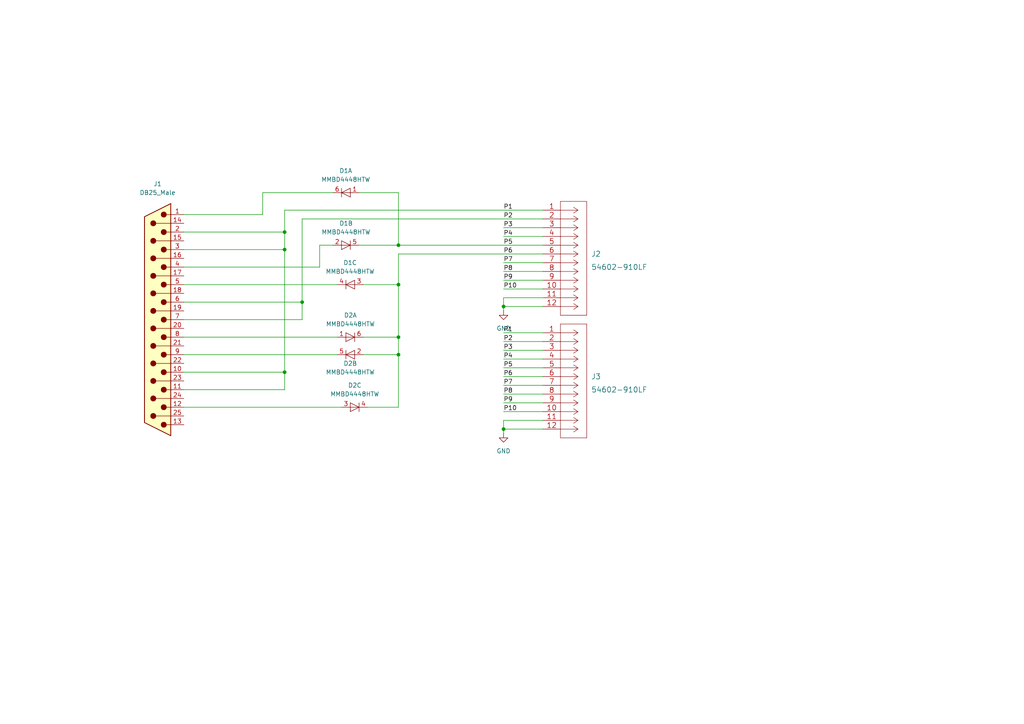
<source format=kicad_sch>
(kicad_sch (version 20211123) (generator eeschema)
  (paper "A4")
  (lib_symbols
    (symbol "Connector:DB25_Male" (pin_names (offset 1.016) hide)
      (property "Reference" "J" (at 0 34.29 0))
      (property "Value" "DB25_Male" (at 0 -34.925 0))
      (symbol "DB25_Male_0_1"
        (circle (center -1.778 -30.48) (radius 0.762) (fill (type outline)))
        (circle (center -1.778 -25.4) (radius 0.762) (fill (type outline)))
        (circle (center -1.778 -20.32) (radius 0.762) (fill (type outline)))
        (circle (center -1.778 -15.24) (radius 0.762) (fill (type outline)))
        (circle (center -1.778 -10.16) (radius 0.762) (fill (type outline)))
        (circle (center -1.778 -5.08) (radius 0.762) (fill (type outline)))
        (circle (center -1.778 0) (radius 0.762) (fill (type outline)))
        (circle (center -1.778 5.08) (radius 0.762) (fill (type outline)))
        (circle (center -1.778 10.16) (radius 0.762) (fill (type outline)))
        (circle (center -1.778 15.24) (radius 0.762) (fill (type outline)))
        (circle (center -1.778 20.32) (radius 0.762) (fill (type outline)))
        (circle (center -1.778 25.4) (radius 0.762) (fill (type outline)))
        (circle (center -1.778 30.48) (radius 0.762) (fill (type outline)))
        (polyline (pts (xy -3.81 -30.48) (xy -2.54 -30.48)))
        (polyline (pts (xy -3.81 -27.94) (xy 0.508 -27.94)))
        (polyline (pts (xy -3.81 -25.4) (xy -2.54 -25.4)))
        (polyline (pts (xy -3.81 -22.86) (xy 0.508 -22.86)))
        (polyline (pts (xy -3.81 -20.32) (xy -2.54 -20.32)))
        (polyline (pts (xy -3.81 -17.78) (xy 0.508 -17.78)))
        (polyline (pts (xy -3.81 -15.24) (xy -2.54 -15.24)))
        (polyline (pts (xy -3.81 -12.7) (xy 0.508 -12.7)))
        (polyline (pts (xy -3.81 -10.16) (xy -2.54 -10.16)))
        (polyline (pts (xy -3.81 -7.62) (xy 0.508 -7.62)))
        (polyline (pts (xy -3.81 -5.08) (xy -2.54 -5.08)))
        (polyline (pts (xy -3.81 -2.54) (xy 0.508 -2.54)))
        (polyline (pts (xy -3.81 0) (xy -2.54 0)))
        (polyline (pts (xy -3.81 2.54) (xy 0.508 2.54)))
        (polyline (pts (xy -3.81 5.08) (xy -2.54 5.08)))
        (polyline (pts (xy -3.81 7.62) (xy 0.508 7.62)))
        (polyline (pts (xy -3.81 10.16) (xy -2.54 10.16)))
        (polyline (pts (xy -3.81 12.7) (xy 0.508 12.7)))
        (polyline (pts (xy -3.81 15.24) (xy -2.54 15.24)))
        (polyline (pts (xy -3.81 17.78) (xy 0.508 17.78)))
        (polyline (pts (xy -3.81 20.32) (xy -2.54 20.32)))
        (polyline (pts (xy -3.81 22.86) (xy 0.508 22.86)))
        (polyline (pts (xy -3.81 25.4) (xy -2.54 25.4)))
        (polyline (pts (xy -3.81 27.94) (xy 0.508 27.94)))
        (polyline (pts (xy -3.81 30.48) (xy -2.54 30.48)))
        (polyline (pts (xy -3.81 -33.655) (xy 3.81 -29.845) (xy 3.81 29.845) (xy -3.81 33.655) (xy -3.81 -33.655)) (stroke (width 0.254)) (fill (type background)))
        (circle (center 1.27 -27.94) (radius 0.762) (fill (type outline)))
        (circle (center 1.27 -22.86) (radius 0.762) (fill (type outline)))
        (circle (center 1.27 -17.78) (radius 0.762) (fill (type outline)))
        (circle (center 1.27 -12.7) (radius 0.762) (fill (type outline)))
        (circle (center 1.27 -7.62) (radius 0.762) (fill (type outline)))
        (circle (center 1.27 -2.54) (radius 0.762) (fill (type outline)))
        (circle (center 1.27 2.54) (radius 0.762) (fill (type outline)))
        (circle (center 1.27 7.62) (radius 0.762) (fill (type outline)))
        (circle (center 1.27 12.7) (radius 0.762) (fill (type outline)))
        (circle (center 1.27 17.78) (radius 0.762) (fill (type outline)))
        (circle (center 1.27 22.86) (radius 0.762) (fill (type outline)))
        (circle (center 1.27 27.94) (radius 0.762) (fill (type outline)))
      )
      (symbol "DB25_Male_1_1"
        (pin passive line (at -7.62 -30.48 0) (length 3.81) (name "1") (number "1"))
        (pin passive line (at -7.62 15.24 0) (length 3.81) (name "10") (number "10"))
        (pin passive line (at -7.62 20.32 0) (length 3.81) (name "11") (number "11"))
        (pin passive line (at -7.62 25.4 0) (length 3.81) (name "12") (number "12"))
        (pin passive line (at -7.62 30.48 0) (length 3.81) (name "13") (number "13"))
        (pin passive line (at -7.62 -27.94 0) (length 3.81) (name "P14") (number "14"))
        (pin passive line (at -7.62 -22.86 0) (length 3.81) (name "P15") (number "15"))
        (pin passive line (at -7.62 -17.78 0) (length 3.81) (name "P16") (number "16"))
        (pin passive line (at -7.62 -12.7 0) (length 3.81) (name "P17") (number "17"))
        (pin passive line (at -7.62 -7.62 0) (length 3.81) (name "P18") (number "18"))
        (pin passive line (at -7.62 -2.54 0) (length 3.81) (name "P19") (number "19"))
        (pin passive line (at -7.62 -25.4 0) (length 3.81) (name "2") (number "2"))
        (pin passive line (at -7.62 2.54 0) (length 3.81) (name "P20") (number "20"))
        (pin passive line (at -7.62 7.62 0) (length 3.81) (name "P21") (number "21"))
        (pin passive line (at -7.62 12.7 0) (length 3.81) (name "P22") (number "22"))
        (pin passive line (at -7.62 17.78 0) (length 3.81) (name "P23") (number "23"))
        (pin passive line (at -7.62 22.86 0) (length 3.81) (name "P24") (number "24"))
        (pin passive line (at -7.62 27.94 0) (length 3.81) (name "P25") (number "25"))
        (pin passive line (at -7.62 -20.32 0) (length 3.81) (name "3") (number "3"))
        (pin passive line (at -7.62 -15.24 0) (length 3.81) (name "4") (number "4"))
        (pin passive line (at -7.62 -10.16 0) (length 3.81) (name "5") (number "5"))
        (pin passive line (at -7.62 -5.08 0) (length 3.81) (name "6") (number "6"))
        (pin passive line (at -7.62 0 0) (length 3.81) (name "7") (number "7"))
        (pin passive line (at -7.62 5.08 0) (length 3.81) (name "8") (number "8"))
        (pin passive line (at -7.62 10.16 0) (length 3.81) (name "9") (number "9"))
      )
    )
    (symbol "Diode:MMBD4448HTW" (pin_names (offset 1.016) hide)
      (property "Reference" "D" (at 0 2.54 0))
      (property "Value" "MMBD4448HTW" (at 0 -2.54 0))
      (symbol "MMBD4448HTW_0_1"
        (polyline (pts (xy -1.27 1.27) (xy -1.27 -1.27)) (stroke (width 0.1524)))
        (polyline (pts (xy 1.27 0) (xy -1.27 0)))
        (polyline (pts (xy 1.27 1.27) (xy 1.27 -1.27)))
        (polyline (pts (xy 1.27 1.27) (xy -1.27 0) (xy 1.27 -1.27)))
      )
      (symbol "MMBD4448HTW_1_1"
        (pin passive line (at 3.81 0 180) (length 2.54) (name "A") (number "1"))
        (pin passive line (at -3.81 0 0) (length 2.54) (name "K") (number "6"))
      )
      (symbol "MMBD4448HTW_2_1"
        (pin passive line (at 3.81 0 180) (length 2.54) (name "A") (number "2"))
        (pin passive line (at -3.81 0 0) (length 2.54) (name "K") (number "5"))
      )
      (symbol "MMBD4448HTW_3_1"
        (pin passive line (at 3.81 0 180) (length 2.54) (name "A") (number "3"))
        (pin passive line (at -3.81 0 0) (length 2.54) (name "K") (number "4"))
      )
    )
    (symbol "RJ50:54602-910LF" (pin_names (offset 0.254) hide)
      (property "Reference" "J" (at 8.89 6.35 0))
      (property "Value" "54602-910LF" (at 10.16 -15.24 0))
      (symbol "54602-910LF_1_1"
        (polyline (pts (xy 5.08 -30.48) (xy 12.7 -30.48)) (stroke (width 0.127)))
        (polyline (pts (xy 5.08 2.54) (xy 5.08 -30.48)) (stroke (width 0.127)))
        (polyline (pts (xy 10.16 -27.94) (xy 5.08 -27.94)) (stroke (width 0.127)))
        (polyline (pts (xy 10.16 -27.94) (xy 8.89 -28.7782)) (stroke (width 0.127)))
        (polyline (pts (xy 10.16 -27.94) (xy 8.89 -27.1018)) (stroke (width 0.127)))
        (polyline (pts (xy 10.16 -25.4) (xy 5.08 -25.4)) (stroke (width 0.127)))
        (polyline (pts (xy 10.16 -25.4) (xy 8.89 -26.2382)) (stroke (width 0.127)))
        (polyline (pts (xy 10.16 -25.4) (xy 8.89 -24.5618)) (stroke (width 0.127)))
        (polyline (pts (xy 10.16 -22.86) (xy 5.08 -22.86)) (stroke (width 0.127)))
        (polyline (pts (xy 10.16 -22.86) (xy 8.89 -23.6982)) (stroke (width 0.127)))
        (polyline (pts (xy 10.16 -22.86) (xy 8.89 -22.0218)) (stroke (width 0.127)))
        (polyline (pts (xy 10.16 -20.32) (xy 5.08 -20.32)) (stroke (width 0.127)))
        (polyline (pts (xy 10.16 -20.32) (xy 8.89 -21.1582)) (stroke (width 0.127)))
        (polyline (pts (xy 10.16 -20.32) (xy 8.89 -19.4818)) (stroke (width 0.127)))
        (polyline (pts (xy 10.16 -17.78) (xy 5.08 -17.78)) (stroke (width 0.127)))
        (polyline (pts (xy 10.16 -17.78) (xy 8.89 -18.6182)) (stroke (width 0.127)))
        (polyline (pts (xy 10.16 -17.78) (xy 8.89 -16.9418)) (stroke (width 0.127)))
        (polyline (pts (xy 10.16 -15.24) (xy 5.08 -15.24)) (stroke (width 0.127)))
        (polyline (pts (xy 10.16 -15.24) (xy 8.89 -16.0782)) (stroke (width 0.127)))
        (polyline (pts (xy 10.16 -15.24) (xy 8.89 -14.4018)) (stroke (width 0.127)))
        (polyline (pts (xy 10.16 -12.7) (xy 5.08 -12.7)) (stroke (width 0.127)))
        (polyline (pts (xy 10.16 -12.7) (xy 8.89 -13.5382)) (stroke (width 0.127)))
        (polyline (pts (xy 10.16 -12.7) (xy 8.89 -11.8618)) (stroke (width 0.127)))
        (polyline (pts (xy 10.16 -10.16) (xy 5.08 -10.16)) (stroke (width 0.127)))
        (polyline (pts (xy 10.16 -10.16) (xy 8.89 -10.9982)) (stroke (width 0.127)))
        (polyline (pts (xy 10.16 -10.16) (xy 8.89 -9.3218)) (stroke (width 0.127)))
        (polyline (pts (xy 10.16 -7.62) (xy 5.08 -7.62)) (stroke (width 0.127)))
        (polyline (pts (xy 10.16 -7.62) (xy 8.89 -8.4582)) (stroke (width 0.127)))
        (polyline (pts (xy 10.16 -7.62) (xy 8.89 -6.7818)) (stroke (width 0.127)))
        (polyline (pts (xy 10.16 -5.08) (xy 5.08 -5.08)) (stroke (width 0.127)))
        (polyline (pts (xy 10.16 -5.08) (xy 8.89 -5.9182)) (stroke (width 0.127)))
        (polyline (pts (xy 10.16 -5.08) (xy 8.89 -4.2418)) (stroke (width 0.127)))
        (polyline (pts (xy 10.16 -2.54) (xy 5.08 -2.54)) (stroke (width 0.127)))
        (polyline (pts (xy 10.16 -2.54) (xy 8.89 -3.3782)) (stroke (width 0.127)))
        (polyline (pts (xy 10.16 -2.54) (xy 8.89 -1.7018)) (stroke (width 0.127)))
        (polyline (pts (xy 10.16 0) (xy 5.08 0)) (stroke (width 0.127)))
        (polyline (pts (xy 10.16 0) (xy 8.89 -0.8382)) (stroke (width 0.127)))
        (polyline (pts (xy 10.16 0) (xy 8.89 0.8382)) (stroke (width 0.127)))
        (polyline (pts (xy 12.7 -30.48) (xy 12.7 2.54)) (stroke (width 0.127)))
        (polyline (pts (xy 12.7 2.54) (xy 5.08 2.54)) (stroke (width 0.127)))
        (pin unspecified line (at 0 0 0) (length 5.08) (name "1") (number "1"))
        (pin unspecified line (at 0 -22.86 0) (length 5.08) (name "10") (number "10"))
        (pin unspecified line (at 0 -25.4 0) (length 5.08) (name "11") (number "11"))
        (pin unspecified line (at 0 -27.94 0) (length 5.08) (name "12") (number "12"))
        (pin unspecified line (at 0 -2.54 0) (length 5.08) (name "2") (number "2"))
        (pin unspecified line (at 0 -5.08 0) (length 5.08) (name "3") (number "3"))
        (pin unspecified line (at 0 -7.62 0) (length 5.08) (name "4") (number "4"))
        (pin unspecified line (at 0 -10.16 0) (length 5.08) (name "5") (number "5"))
        (pin unspecified line (at 0 -12.7 0) (length 5.08) (name "6") (number "6"))
        (pin unspecified line (at 0 -15.24 0) (length 5.08) (name "7") (number "7"))
        (pin unspecified line (at 0 -17.78 0) (length 5.08) (name "8") (number "8"))
        (pin unspecified line (at 0 -20.32 0) (length 5.08) (name "9") (number "9"))
      )
    )
    (symbol "power:GND" (power) (pin_names (offset 0))
      (property "Value" "GND" (at 0 -3.81 0))
      (symbol "GND_0_1"
        (polyline (pts (xy 0 0) (xy 0 -1.27) (xy 1.27 -1.27) (xy 0 -2.54) (xy -1.27 -1.27) (xy 0 -1.27)))
      )
      (symbol "GND_1_1"
        (pin power_in line (at 0 0 270) (length 0) hide (name "GND") (number "1"))
      )
    )
  )
  (junction (at 87.63 87.63))
  (junction (at 115.57 71.12))
  (junction (at 82.55 72.39))
  (junction (at 82.55 107.95))
  (junction (at 115.57 97.79))
  (junction (at 82.55 67.31))
  (junction (at 146.05 88.9))
  (junction (at 115.57 82.55))
  (junction (at 115.57 102.87))
  (junction (at 146.05 124.46))
  (wire (pts (xy 146.05 76.2) (xy 157.48 76.2)))
  (wire (pts (xy 82.55 113.03) (xy 82.55 107.95)))
  (wire (pts (xy 157.48 121.92) (xy 146.05 121.92)))
  (wire (pts (xy 146.05 96.52) (xy 157.48 96.52)))
  (wire (pts (xy 87.63 87.63) (xy 53.34 87.63)))
  (wire (pts (xy 53.34 97.79) (xy 97.79 97.79)))
  (wire (pts (xy 96.52 71.12) (xy 92.71 71.12)))
  (wire (pts (xy 146.05 66.04) (xy 157.48 66.04)))
  (wire (pts (xy 146.05 114.3) (xy 157.48 114.3)))
  (wire (pts (xy 92.71 77.47) (xy 53.34 77.47)))
  (wire (pts (xy 82.55 60.96) (xy 82.55 67.31)))
  (wire (pts (xy 146.05 124.46) (xy 146.05 125.73)))
  (wire (pts (xy 157.48 60.96) (xy 82.55 60.96)))
  (wire (pts (xy 146.05 101.6) (xy 157.48 101.6)))
  (wire (pts (xy 115.57 73.66) (xy 115.57 82.55)))
  (wire (pts (xy 146.05 86.36) (xy 146.05 88.9)))
  (wire (pts (xy 146.05 104.14) (xy 157.48 104.14)))
  (wire (pts (xy 146.05 116.84) (xy 157.48 116.84)))
  (wire (pts (xy 53.34 118.11) (xy 99.06 118.11)))
  (wire (pts (xy 53.34 92.71) (xy 87.63 92.71)))
  (wire (pts (xy 115.57 55.88) (xy 115.57 71.12)))
  (wire (pts (xy 105.41 102.87) (xy 115.57 102.87)))
  (wire (pts (xy 87.63 63.5) (xy 87.63 87.63)))
  (wire (pts (xy 146.05 86.36) (xy 157.48 86.36)))
  (wire (pts (xy 82.55 72.39) (xy 82.55 67.31)))
  (wire (pts (xy 82.55 107.95) (xy 82.55 72.39)))
  (wire (pts (xy 53.34 113.03) (xy 82.55 113.03)))
  (wire (pts (xy 157.48 73.66) (xy 115.57 73.66)))
  (wire (pts (xy 53.34 102.87) (xy 97.79 102.87)))
  (wire (pts (xy 146.05 111.76) (xy 157.48 111.76)))
  (wire (pts (xy 115.57 71.12) (xy 157.48 71.12)))
  (wire (pts (xy 106.68 118.11) (xy 115.57 118.11)))
  (wire (pts (xy 146.05 121.92) (xy 146.05 124.46)))
  (wire (pts (xy 76.2 55.88) (xy 76.2 62.23)))
  (wire (pts (xy 82.55 67.31) (xy 53.34 67.31)))
  (wire (pts (xy 53.34 107.95) (xy 82.55 107.95)))
  (wire (pts (xy 157.48 106.68) (xy 146.05 106.68)))
  (wire (pts (xy 87.63 92.71) (xy 87.63 87.63)))
  (wire (pts (xy 76.2 62.23) (xy 53.34 62.23)))
  (wire (pts (xy 157.48 63.5) (xy 87.63 63.5)))
  (wire (pts (xy 115.57 82.55) (xy 105.41 82.55)))
  (wire (pts (xy 146.05 99.06) (xy 157.48 99.06)))
  (wire (pts (xy 146.05 88.9) (xy 146.05 90.17)))
  (wire (pts (xy 146.05 124.46) (xy 157.48 124.46)))
  (wire (pts (xy 146.05 68.58) (xy 157.48 68.58)))
  (wire (pts (xy 105.41 97.79) (xy 115.57 97.79)))
  (wire (pts (xy 104.14 71.12) (xy 115.57 71.12)))
  (wire (pts (xy 146.05 109.22) (xy 157.48 109.22)))
  (wire (pts (xy 115.57 118.11) (xy 115.57 102.87)))
  (wire (pts (xy 146.05 78.74) (xy 157.48 78.74)))
  (wire (pts (xy 115.57 102.87) (xy 115.57 97.79)))
  (wire (pts (xy 115.57 97.79) (xy 115.57 82.55)))
  (wire (pts (xy 146.05 81.28) (xy 157.48 81.28)))
  (wire (pts (xy 53.34 72.39) (xy 82.55 72.39)))
  (wire (pts (xy 146.05 88.9) (xy 157.48 88.9)))
  (wire (pts (xy 96.52 55.88) (xy 76.2 55.88)))
  (wire (pts (xy 104.14 55.88) (xy 115.57 55.88)))
  (wire (pts (xy 92.71 71.12) (xy 92.71 77.47)))
  (wire (pts (xy 53.34 82.55) (xy 97.79 82.55)))
  (wire (pts (xy 146.05 83.82) (xy 157.48 83.82)))
  (wire (pts (xy 146.05 119.38) (xy 157.48 119.38)))
  (label "P6" (at 146.05 109.22 0))
  (label "P3" (at 146.05 101.6 0))
  (label "P2" (at 146.05 99.06 0))
  (label "P3" (at 146.05 66.04 0))
  (label "P8" (at 146.05 114.3 0))
  (label "P10" (at 146.05 119.38 0))
  (label "P9" (at 146.05 81.28 0))
  (label "P8" (at 146.05 78.74 0))
  (label "P2" (at 146.05 63.5 0))
  (label "P7" (at 146.05 111.76 0))
  (label "P4" (at 146.05 68.58 0))
  (label "P4" (at 146.05 104.14 0))
  (label "P10" (at 146.05 83.82 0))
  (label "P5" (at 146.05 106.68 0))
  (label "P1" (at 146.05 60.96 0))
  (label "P7" (at 146.05 76.2 0))
  (label "P5" (at 146.05 71.12 0))
  (label "P1" (at 146.05 96.52 0))
  (label "P6" (at 146.05 73.66 0))
  (label "P9" (at 146.05 116.84 0))
  (symbol (lib_id "RJ50:54602-910LF") (at 157.48 96.52 0) (unit 1)
    (property "Reference" "J3" (at 171.45 109.22 0) (effects (font (size 1.524 1.524)) (justify left)))
    (property "Value" "54602-910LF" (at 171.45 113.03 0) (effects (font (size 1.524 1.524)) (justify left)))
    (property "Footprint" "RJ50:54602-910LF" (effects hide))
  )
  (symbol (lib_id "Diode:MMBD4448HTW") (at 101.6 82.55 0) (unit 3)
    (property "Reference" "D1" (at 101.5619 76.2 0))
    (property "Value" "MMBD4448HTW" (at 101.5619 78.74 0))
    (property "Footprint" "Package_TO_SOT_SMD:SOT-363_SC-70-6" (effects hide))
    (property "Datasheet" "http://www.diodes.com/datasheets/ds30153.pdf" (effects hide))
  )
  (symbol (lib_id "Diode:MMBD4448HTW") (at 100.33 71.12 180) (unit 2)
    (property "Reference" "D1" (at 100.3681 64.77 0))
    (property "Value" "MMBD4448HTW" (at 100.3681 67.31 0))
    (property "Footprint" "Package_TO_SOT_SMD:SOT-363_SC-70-6" (effects hide))
    (property "Datasheet" "http://www.diodes.com/datasheets/ds30153.pdf" (effects hide))
  )
  (symbol (lib_id "power:GND") (at 146.05 90.17 0) (unit 1)
    (property "Reference" "#PWR01" (effects hide))
    (property "Value" "GND" (at 146.05 95.25 0))
  )
  (symbol (lib_id "Connector:DB25_Male") (at 45.72 92.71 180) (unit 1)
    (property "Reference" "J1" (at 45.72 53.34 0))
    (property "Value" "DB25_Male" (at 45.72 55.88 0))
    (property "Footprint" "Connector_Dsub:DSUB-25_Female_Horizontal_P2.77x2.84mm_EdgePinOffset9.90mm_Housed_MountingHolesOffset11.32mm" (effects hide))
    (property "Datasheet" " ~" (effects hide))
  )
  (symbol (lib_id "RJ50:54602-910LF") (at 157.48 60.96 0) (unit 1)
    (property "Reference" "J2" (at 171.45 73.66 0) (effects (font (size 1.524 1.524)) (justify left)))
    (property "Value" "54602-910LF" (at 171.45 77.47 0) (effects (font (size 1.524 1.524)) (justify left)))
    (property "Footprint" "RJ50:54602-910LF" (effects hide))
  )
  (symbol (lib_id "Diode:MMBD4448HTW") (at 101.6 102.87 0) (unit 2)
    (property "Reference" "D2" (at 101.6 105.41 0))
    (property "Value" "MMBD4448HTW" (at 101.6 107.95 0))
    (property "Footprint" "Package_TO_SOT_SMD:SOT-363_SC-70-6" (effects hide))
    (property "Datasheet" "http://www.diodes.com/datasheets/ds30153.pdf" (effects hide))
  )
  (symbol (lib_id "power:GND") (at 146.05 125.73 0) (unit 1)
    (property "Reference" "#PWR02" (effects hide))
    (property "Value" "GND" (at 146.05 130.81 0))
  )
  (symbol (lib_id "Diode:MMBD4448HTW") (at 102.87 118.11 180) (unit 3)
    (property "Reference" "D2" (at 102.9081 111.76 0))
    (property "Value" "MMBD4448HTW" (at 102.9081 114.3 0))
    (property "Footprint" "Package_TO_SOT_SMD:SOT-363_SC-70-6" (effects hide))
    (property "Datasheet" "http://www.diodes.com/datasheets/ds30153.pdf" (effects hide))
  )
  (symbol (lib_id "Diode:MMBD4448HTW") (at 101.6 97.79 180) (unit 1)
    (property "Reference" "D2" (at 101.6381 91.44 0))
    (property "Value" "MMBD4448HTW" (at 101.6381 93.98 0))
    (property "Footprint" "Package_TO_SOT_SMD:SOT-363_SC-70-6" (effects hide))
    (property "Datasheet" "http://www.diodes.com/datasheets/ds30153.pdf" (effects hide))
  )
  (symbol (lib_id "Diode:MMBD4448HTW") (at 100.33 55.88 0) (unit 1)
    (property "Reference" "D1" (at 100.2919 49.53 0))
    (property "Value" "MMBD4448HTW" (at 100.2919 52.07 0))
    (property "Footprint" "Package_TO_SOT_SMD:SOT-363_SC-70-6" (effects hide))
    (property "Datasheet" "http://www.diodes.com/datasheets/ds30153.pdf" (effects hide))
  )
)
</source>
